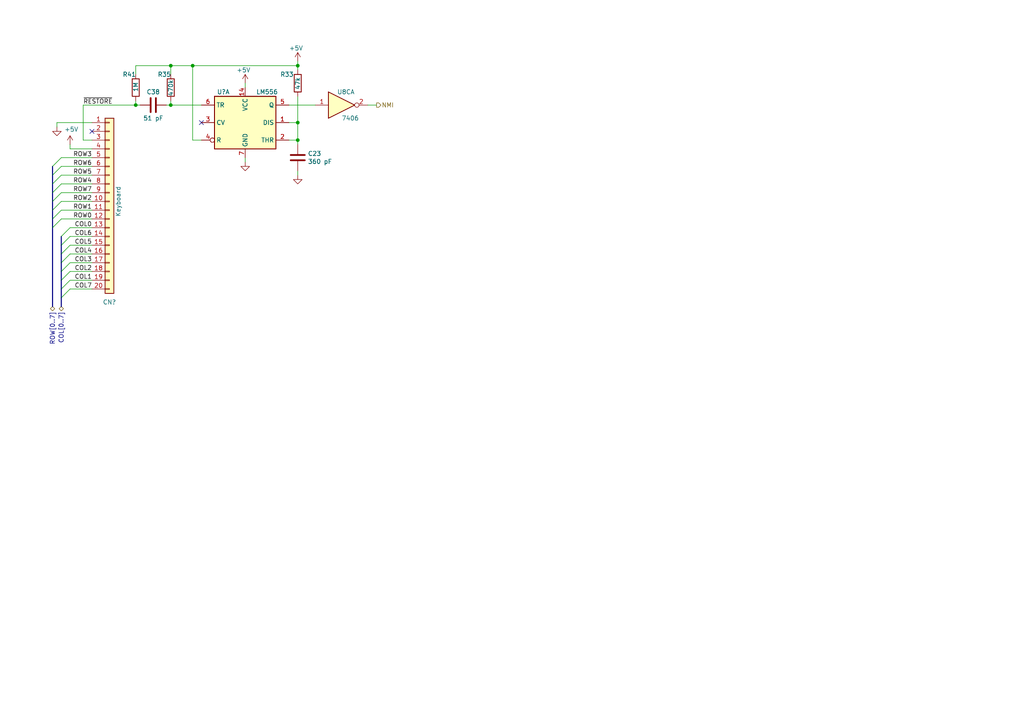
<source format=kicad_sch>
(kicad_sch (version 20231120) (generator "eeschema") (generator_version "8.0")
  (paper "A4")
  (title_block (title "Commodore 64 - Keyboard (schematic #251469)") (date "2019-08-11") (rev "0.2") (company "Commodore Business Machines, Inc.") (comment 1 "Based on C64/C64C Service Manual (1992-03) pp. 31-32 [PN-314001-03]") (comment 4 "KiCad schematic capture by Cumbayah! <cumbayah@subetha.dk>"))
  (lib_symbols
    (symbol "74xx_more:7406" (pin_names (offset 1.016))
      (property "Reference" "U" (at 0 1.27 0))
      (property "Value" "7406" (at 0 -1.27 0))
      (symbol "7406_1_0"
        (polyline (pts (xy -3.81 3.81) (xy -3.81 -3.81) (xy 3.81 0) (xy -3.81 3.81)) (stroke (width 0.254)) (fill (type background)))
        (pin input line (at -7.62 0 0) (length 3.81) (name "~") (number "1"))
        (pin open_collector inverted (at 7.62 0 180) (length 3.81) (name "~") (number "2"))
      )
      (symbol "7406_2_0"
        (polyline (pts (xy -3.81 3.81) (xy -3.81 -3.81) (xy 3.81 0) (xy -3.81 3.81)) (stroke (width 0.254)) (fill (type background)))
        (pin input line (at -7.62 0 0) (length 3.81) (name "~") (number "3"))
        (pin open_collector inverted (at 7.62 0 180) (length 3.81) (name "~") (number "4"))
      )
      (symbol "7406_3_0"
        (polyline (pts (xy -3.81 3.81) (xy -3.81 -3.81) (xy 3.81 0) (xy -3.81 3.81)) (stroke (width 0.254)) (fill (type background)))
        (pin input line (at -7.62 0 0) (length 3.81) (name "~") (number "5"))
        (pin open_collector inverted (at 7.62 0 180) (length 3.81) (name "~") (number "6"))
      )
      (symbol "7406_4_0"
        (polyline (pts (xy -3.81 3.81) (xy -3.81 -3.81) (xy 3.81 0) (xy -3.81 3.81)) (stroke (width 0.254)) (fill (type background)))
        (pin open_collector inverted (at 7.62 0 180) (length 3.81) (name "~") (number "8"))
        (pin input line (at -7.62 0 0) (length 3.81) (name "~") (number "9"))
      )
      (symbol "7406_5_0"
        (polyline (pts (xy -3.81 3.81) (xy -3.81 -3.81) (xy 3.81 0) (xy -3.81 3.81)) (stroke (width 0.254)) (fill (type background)))
        (pin open_collector inverted (at 7.62 0 180) (length 3.81) (name "~") (number "10"))
        (pin input line (at -7.62 0 0) (length 3.81) (name "~") (number "11"))
      )
      (symbol "7406_6_0"
        (polyline (pts (xy -3.81 3.81) (xy -3.81 -3.81) (xy 3.81 0) (xy -3.81 3.81)) (stroke (width 0.254)) (fill (type background)))
        (pin open_collector inverted (at 7.62 0 180) (length 3.81) (name "~") (number "12"))
        (pin input line (at -7.62 0 0) (length 3.81) (name "~") (number "13"))
      )
      (symbol "7406_7_0"
        (pin power_in line (at 0 12.7 270) (length 5.08) (name "VCC") (number "14"))
        (pin power_in line (at 0 -12.7 90) (length 5.08) (name "GND") (number "7"))
      )
      (symbol "7406_7_1"
        (rectangle (start -5.08 7.62) (end 5.08 -7.62) (stroke (width 0.254)) (fill (type background)))
      )
    )
    (symbol "C64B-rescue:+5V-power" (power) (pin_names (offset 0))
      (property "Value" "power_+5V" (at 0 3.556 0))
      (symbol "+5V-power_0_1"
        (polyline (pts (xy -0.762 1.27) (xy 0 2.54)))
        (polyline (pts (xy 0 0) (xy 0 2.54)))
        (polyline (pts (xy 0 2.54) (xy 0.762 1.27)))
      )
      (symbol "+5V-power_1_1"
        (pin power_in line (at 0 0 90) (length 0) hide (name "+5V") (number "1"))
      )
    )
    (symbol "C64B-rescue:GND-power" (power) (pin_names (offset 0))
      (property "Value" "power_GND" (at 0 -3.81 0))
      (symbol "GND-power_0_1"
        (polyline (pts (xy 0 0) (xy 0 -1.27) (xy 1.27 -1.27) (xy 0 -2.54) (xy -1.27 -1.27) (xy 0 -1.27)))
      )
      (symbol "GND-power_1_1"
        (pin power_in line (at 0 0 270) (length 0) hide (name "GND") (number "1"))
      )
    )
    (symbol "Connector_Generic:Conn_01x20" (pin_names (offset 1.016) hide)
      (property "Reference" "J" (at 0 25.4 0))
      (property "Value" "Conn_01x20" (at 0 -27.94 0))
      (symbol "Conn_01x20_1_1"
        (rectangle (start -1.27 -25.273) (end 0 -25.527) (stroke (width 0.1524)))
        (rectangle (start -1.27 -22.733) (end 0 -22.987) (stroke (width 0.1524)))
        (rectangle (start -1.27 -20.193) (end 0 -20.447) (stroke (width 0.1524)))
        (rectangle (start -1.27 -17.653) (end 0 -17.907) (stroke (width 0.1524)))
        (rectangle (start -1.27 -15.113) (end 0 -15.367) (stroke (width 0.1524)))
        (rectangle (start -1.27 -12.573) (end 0 -12.827) (stroke (width 0.1524)))
        (rectangle (start -1.27 -10.033) (end 0 -10.287) (stroke (width 0.1524)))
        (rectangle (start -1.27 -7.493) (end 0 -7.747) (stroke (width 0.1524)))
        (rectangle (start -1.27 -4.953) (end 0 -5.207) (stroke (width 0.1524)))
        (rectangle (start -1.27 -2.413) (end 0 -2.667) (stroke (width 0.1524)))
        (rectangle (start -1.27 0.127) (end 0 -0.127) (stroke (width 0.1524)))
        (rectangle (start -1.27 2.667) (end 0 2.413) (stroke (width 0.1524)))
        (rectangle (start -1.27 5.207) (end 0 4.953) (stroke (width 0.1524)))
        (rectangle (start -1.27 7.747) (end 0 7.493) (stroke (width 0.1524)))
        (rectangle (start -1.27 10.287) (end 0 10.033) (stroke (width 0.1524)))
        (rectangle (start -1.27 12.827) (end 0 12.573) (stroke (width 0.1524)))
        (rectangle (start -1.27 15.367) (end 0 15.113) (stroke (width 0.1524)))
        (rectangle (start -1.27 17.907) (end 0 17.653) (stroke (width 0.1524)))
        (rectangle (start -1.27 20.447) (end 0 20.193) (stroke (width 0.1524)))
        (rectangle (start -1.27 22.987) (end 0 22.733) (stroke (width 0.1524)))
        (rectangle (start -1.27 24.13) (end 1.27 -26.67) (stroke (width 0.254)) (fill (type background)))
        (pin passive line (at -5.08 22.86 0) (length 3.81) (name "Pin_1") (number "1"))
        (pin passive line (at -5.08 0 0) (length 3.81) (name "Pin_10") (number "10"))
        (pin passive line (at -5.08 -2.54 0) (length 3.81) (name "Pin_11") (number "11"))
        (pin passive line (at -5.08 -5.08 0) (length 3.81) (name "Pin_12") (number "12"))
        (pin passive line (at -5.08 -7.62 0) (length 3.81) (name "Pin_13") (number "13"))
        (pin passive line (at -5.08 -10.16 0) (length 3.81) (name "Pin_14") (number "14"))
        (pin passive line (at -5.08 -12.7 0) (length 3.81) (name "Pin_15") (number "15"))
        (pin passive line (at -5.08 -15.24 0) (length 3.81) (name "Pin_16") (number "16"))
        (pin passive line (at -5.08 -17.78 0) (length 3.81) (name "Pin_17") (number "17"))
        (pin passive line (at -5.08 -20.32 0) (length 3.81) (name "Pin_18") (number "18"))
        (pin passive line (at -5.08 -22.86 0) (length 3.81) (name "Pin_19") (number "19"))
        (pin passive line (at -5.08 20.32 0) (length 3.81) (name "Pin_2") (number "2"))
        (pin passive line (at -5.08 -25.4 0) (length 3.81) (name "Pin_20") (number "20"))
        (pin passive line (at -5.08 17.78 0) (length 3.81) (name "Pin_3") (number "3"))
        (pin passive line (at -5.08 15.24 0) (length 3.81) (name "Pin_4") (number "4"))
        (pin passive line (at -5.08 12.7 0) (length 3.81) (name "Pin_5") (number "5"))
        (pin passive line (at -5.08 10.16 0) (length 3.81) (name "Pin_6") (number "6"))
        (pin passive line (at -5.08 7.62 0) (length 3.81) (name "Pin_7") (number "7"))
        (pin passive line (at -5.08 5.08 0) (length 3.81) (name "Pin_8") (number "8"))
        (pin passive line (at -5.08 2.54 0) (length 3.81) (name "Pin_9") (number "9"))
      )
    )
    (symbol "Device:C" (pin_numbers hide) (pin_names (offset 0.254))
      (property "Reference" "C" (at 0.635 2.54 0))
      (property "Value" "C" (at 0.635 -2.54 0))
      (symbol "C_0_1"
        (polyline (pts (xy -2.032 -0.762) (xy 2.032 -0.762)) (stroke (width 0.508)))
        (polyline (pts (xy -2.032 0.762) (xy 2.032 0.762)) (stroke (width 0.508)))
      )
      (symbol "C_1_1"
        (pin passive line (at 0 3.81 270) (length 2.794) (name "~") (number "1"))
        (pin passive line (at 0 -3.81 90) (length 2.794) (name "~") (number "2"))
      )
    )
    (symbol "Device:R" (pin_numbers hide) (pin_names (offset 0))
      (property "Reference" "R" (at 2.032 0 90))
      (property "Value" "R" (at 0 0 90))
      (symbol "R_0_1"
        (rectangle (start -1.016 -2.54) (end 1.016 2.54) (stroke (width 0.254)))
      )
      (symbol "R_1_1"
        (pin passive line (at 0 3.81 270) (length 1.27) (name "~") (number "1"))
        (pin passive line (at 0 -3.81 90) (length 1.27) (name "~") (number "2"))
      )
    )
    (symbol "Timer:LM556"
      (property "Reference" "U" (at -10.16 8.89 0))
      (property "Value" "LM556" (at -10.16 -8.89 0))
      (symbol "LM556_0_0"
        (pin power_in line (at 0 10.16 270) (length 2.54) (name "VCC") (number "14"))
        (pin power_in line (at 0 -10.16 90) (length 2.54) (name "GND") (number "7"))
      )
      (symbol "LM556_0_1"
        (rectangle (start -8.89 -7.62) (end 8.89 7.62) (stroke (width 0.254)) (fill (type background)))
        (rectangle (start -8.89 -7.62) (end 8.89 7.62) (stroke (width 0.254)) (fill (type background)))
      )
      (symbol "LM556_1_1"
        (pin input line (at 12.7 0 180) (length 3.81) (name "DIS") (number "1"))
        (pin input line (at 12.7 -5.08 180) (length 3.81) (name "THR") (number "2"))
        (pin input line (at -12.7 0 0) (length 3.81) (name "CV") (number "3"))
        (pin input inverted (at -12.7 -5.08 0) (length 3.81) (name "R") (number "4"))
        (pin output line (at 12.7 5.08 180) (length 3.81) (name "Q") (number "5"))
        (pin input line (at -12.7 5.08 0) (length 3.81) (name "TR") (number "6"))
      )
      (symbol "LM556_2_1"
        (pin input inverted (at -12.7 -5.08 0) (length 3.81) (name "R") (number "10"))
        (pin input line (at -12.7 0 0) (length 3.81) (name "CV") (number "11"))
        (pin input line (at 12.7 -5.08 180) (length 3.81) (name "THR") (number "12"))
        (pin input line (at 12.7 0 180) (length 3.81) (name "DIS") (number "13"))
        (pin input line (at -12.7 5.08 0) (length 3.81) (name "TR") (number "8"))
        (pin output line (at 12.7 5.08 180) (length 3.81) (name "Q") (number "9"))
      )
    )
  )
  (junction (at 39.37 30.48))
  (junction (at 49.53 19.05))
  (junction (at 86.36 19.05))
  (junction (at 86.36 40.64))
  (junction (at 55.88 19.05))
  (junction (at 49.53 30.48))
  (junction (at 86.36 35.56))
  (no_connect (at 26.67 38.1))
  (no_connect (at 58.42 35.56))
  (bus_entry (at 20.32 68.58) (size -2.54 2.54))
  (bus_entry (at 20.32 83.82) (size -2.54 2.54))
  (bus_entry (at 15.24 63.5) (size 2.54 -2.54))
  (bus_entry (at 20.32 73.66) (size -2.54 2.54))
  (bus_entry (at 17.78 45.72) (size -2.54 2.54))
  (bus_entry (at 15.24 58.42) (size 2.54 -2.54))
  (bus_entry (at 20.32 66.04) (size -2.54 2.54))
  (bus_entry (at 17.78 50.8) (size -2.54 2.54))
  (bus_entry (at 20.32 78.74) (size -2.54 2.54))
  (bus_entry (at 17.78 48.26) (size -2.54 2.54))
  (bus_entry (at 17.78 53.34) (size -2.54 2.54))
  (bus_entry (at 20.32 81.28) (size -2.54 2.54))
  (bus_entry (at 15.24 66.04) (size 2.54 -2.54))
  (bus_entry (at 15.24 60.96) (size 2.54 -2.54))
  (bus_entry (at 20.32 76.2) (size -2.54 2.54))
  (bus_entry (at 20.32 71.12) (size -2.54 2.54))
  (wire (pts (xy 26.67 53.34) (xy 17.78 53.34)))
  (wire (pts (xy 86.36 19.05) (xy 86.36 17.78)))
  (wire (pts (xy 26.67 73.66) (xy 20.32 73.66)))
  (wire (pts (xy 48.26 30.48) (xy 49.53 30.48)))
  (bus (pts (xy 17.78 86.36) (xy 17.78 88.9)))
  (wire (pts (xy 49.53 19.05) (xy 39.37 19.05)))
  (wire (pts (xy 26.67 83.82) (xy 20.32 83.82)))
  (wire (pts (xy 26.67 40.64) (xy 24.13 40.64)))
  (bus (pts (xy 15.24 55.88) (xy 15.24 58.42)))
  (wire (pts (xy 83.82 30.48) (xy 91.44 30.48)))
  (wire (pts (xy 26.67 81.28) (xy 20.32 81.28)))
  (wire (pts (xy 71.12 46.99) (xy 71.12 45.72)))
  (bus (pts (xy 15.24 50.8) (xy 15.24 53.34)))
  (wire (pts (xy 49.53 19.05) (xy 49.53 21.59)))
  (bus (pts (xy 17.78 81.28) (xy 17.78 83.82)))
  (wire (pts (xy 55.88 19.05) (xy 49.53 19.05)))
  (bus (pts (xy 17.78 76.2) (xy 17.78 78.74)))
  (wire (pts (xy 55.88 40.64) (xy 58.42 40.64)))
  (wire (pts (xy 26.67 63.5) (xy 17.78 63.5)))
  (wire (pts (xy 26.67 71.12) (xy 20.32 71.12)))
  (bus (pts (xy 17.78 83.82) (xy 17.78 86.36)))
  (wire (pts (xy 26.67 45.72) (xy 17.78 45.72)))
  (wire (pts (xy 49.53 30.48) (xy 58.42 30.48)))
  (wire (pts (xy 26.67 50.8) (xy 17.78 50.8)))
  (bus (pts (xy 15.24 66.04) (xy 15.24 88.9)))
  (wire (pts (xy 26.67 66.04) (xy 20.32 66.04)))
  (wire (pts (xy 86.36 35.56) (xy 86.36 27.94)))
  (wire (pts (xy 20.32 43.18) (xy 20.32 41.91)))
  (bus (pts (xy 15.24 63.5) (xy 15.24 66.04)))
  (wire (pts (xy 83.82 40.64) (xy 86.36 40.64)))
  (wire (pts (xy 26.67 68.58) (xy 20.32 68.58)))
  (wire (pts (xy 24.13 40.64) (xy 24.13 30.48)))
  (bus (pts (xy 17.78 73.66) (xy 17.78 76.2)))
  (wire (pts (xy 86.36 40.64) (xy 86.36 35.56)))
  (wire (pts (xy 26.67 48.26) (xy 17.78 48.26)))
  (wire (pts (xy 24.13 30.48) (xy 39.37 30.48)))
  (wire (pts (xy 83.82 35.56) (xy 86.36 35.56)))
  (wire (pts (xy 55.88 19.05) (xy 86.36 19.05)))
  (wire (pts (xy 39.37 29.21) (xy 39.37 30.48)))
  (wire (pts (xy 26.67 76.2) (xy 20.32 76.2)))
  (bus (pts (xy 17.78 78.74) (xy 17.78 81.28)))
  (wire (pts (xy 26.67 35.56) (xy 16.51 35.56)))
  (wire (pts (xy 26.67 43.18) (xy 20.32 43.18)))
  (bus (pts (xy 17.78 71.12) (xy 17.78 73.66)))
  (wire (pts (xy 26.67 60.96) (xy 17.78 60.96)))
  (wire (pts (xy 49.53 30.48) (xy 49.53 29.21)))
  (bus (pts (xy 15.24 60.96) (xy 15.24 63.5)))
  (wire (pts (xy 86.36 49.53) (xy 86.36 50.8)))
  (wire (pts (xy 26.67 55.88) (xy 17.78 55.88)))
  (wire (pts (xy 106.68 30.48) (xy 109.22 30.48)))
  (bus (pts (xy 17.78 68.58) (xy 17.78 71.12)))
  (bus (pts (xy 15.24 58.42) (xy 15.24 60.96)))
  (wire (pts (xy 39.37 19.05) (xy 39.37 21.59)))
  (wire (pts (xy 39.37 30.48) (xy 40.64 30.48)))
  (bus (pts (xy 15.24 48.26) (xy 15.24 50.8)))
  (bus (pts (xy 15.24 53.34) (xy 15.24 55.88)))
  (wire (pts (xy 86.36 20.32) (xy 86.36 19.05)))
  (wire (pts (xy 55.88 40.64) (xy 55.88 19.05)))
  (wire (pts (xy 26.67 58.42) (xy 17.78 58.42)))
  (wire (pts (xy 16.51 35.56) (xy 16.51 36.83)))
  (wire (pts (xy 71.12 24.13) (xy 71.12 25.4)))
  (wire (pts (xy 86.36 41.91) (xy 86.36 40.64)))
  (wire (pts (xy 26.67 78.74) (xy 20.32 78.74)))
  (label "COL2" (at 26.67 78.74 180))
  (label "COL4" (at 26.67 73.66 180))
  (label "ROW1" (at 26.67 60.96 180))
  (label "ROW3" (at 26.67 45.72 180))
  (label "ROW0" (at 26.67 63.5 180))
  (label "ROW7" (at 26.67 55.88 180))
  (label "ROW4" (at 26.67 53.34 180))
  (label "COL1" (at 26.67 81.28 180))
  (label "COL3" (at 26.67 76.2 180))
  (label "ROW5" (at 26.67 50.8 180))
  (label "ROW6" (at 26.67 48.26 180))
  (label "~{RESTORE}" (at 24.13 30.48 0))
  (label "ROW2" (at 26.67 58.42 180))
  (label "COL6" (at 26.67 68.58 180))
  (label "COL0" (at 26.67 66.04 180))
  (label "COL5" (at 26.67 71.12 180))
  (label "COL7" (at 26.67 83.82 180))
  (hierarchical_label "NMI" (shape output) (at 109.22 30.48 0))
  (hierarchical_label "ROW[0..7]" (shape bidirectional) (at 15.24 88.9 270))
  (hierarchical_label "COL[0..7]" (shape bidirectional) (at 17.78 88.9 270))
  (symbol (lib_id "C64B-rescue:+5V-power") (at 71.12 24.13 0) (unit 1)
    (property "Reference" "#PWR?" (effects (hide yes)))
    (property "Value" "+5V" (at 68.58 20.32 0) (effects (justify left)))
    (instances (project "" (path "" (reference "#PWR?") (unit 1)) (path "" (reference "#PWR?") (unit 1)) (path "" (reference "#PWR0108") (unit 1))))
  )
  (symbol (lib_id "C64B-rescue:GND-power") (at 71.12 46.99 0) (unit 1)
    (property "Reference" "#PWR0109" (effects (hide yes)))
    (property "Value" "GND" (effects (hide yes)))
  )
  (symbol (lib_id "Connector_Generic:Conn_01x20") (at 31.75 58.42 0) (unit 1)
    (property "Reference" "CN1" (at 31.75 87.63 0))
    (property "Value" "Keyboard" (at 34.29 58.42 90))
    (instances (project "" (path "" (reference "CN?") (unit 1)) (path "" (reference "CN1") (unit 1))))
  )
  (symbol (lib_id "Timer:LM556") (at 71.12 35.56 0) (unit 1)
    (property "Reference" "U20" (at 64.77 26.67 0))
    (property "Value" "LM556" (at 77.47 26.67 0))
    (property "Datasheet" "http://www.ti.com/lit/ds/symlink/lm556.pdf" (effects (hide yes)))
    (instances (project "" (path "" (reference "U?") (unit 1)) (path "" (reference "U20") (unit 1))))
  )
  (symbol (lib_id "Device:R") (at 39.37 25.4 0) (unit 1)
    (property "Reference" "R41" (at 35.56 21.59 0) (effects (justify left)))
    (property "Value" "1M" (at 39.37 26.67 90) (effects (justify left)))
    (property "Power Rating" "0.25W" (effects (hide yes)))
    (property "Ohmic Tolerance" "5%" (effects (hide yes)))
  )
  (symbol (lib_id "Device:R") (at 49.53 25.4 0) (unit 1)
    (property "Reference" "R35" (at 45.72 21.59 0) (effects (justify left)))
    (property "Value" "470k" (at 49.53 27.94 90) (effects (justify left)))
    (property "Power Rating" "0.25W" (effects (hide yes)))
    (property "Ohmic Tolerance" "5%" (effects (hide yes)))
  )
  (symbol (lib_id "Device:R") (at 86.36 24.13 0) (unit 1)
    (property "Reference" "R33" (at 81.28 21.59 0) (effects (justify left)))
    (property "Value" "47k" (at 86.36 26.035 90) (effects (justify left)))
    (property "Power Rating" "0.25W" (effects (hide yes)))
    (property "Ohmic Tolerance" "5%" (effects (hide yes)))
  )
  (symbol (lib_id "Device:C") (at 44.45 30.48 270) (unit 1)
    (property "Reference" "C38" (at 44.45 26.67 90))
    (property "Value" "51 pF" (at 44.45 34.29 90))
    (property "Type" "Ceramic" (effects (hide yes)))
    (property "Voltage Rating" "50V" (effects (hide yes)))
    (property "Voltage Tolerance" "5%" (effects (hide yes)))
  )
  (symbol (lib_id "Device:C") (at 86.36 45.72 0) (unit 1)
    (property "Reference" "C23" (at 89.281 44.5516 0) (effects (justify left)))
    (property "Value" "360 pF" (at 89.281 46.863 0) (effects (justify left)))
    (property "Type" "Ceramic" (effects (hide yes)))
    (property "Voltage Rating" "50V" (effects (hide yes)))
    (property "Voltage Tolerance" "10%" (effects (hide yes)))
  )
  (symbol (lib_id "C64B-rescue:+5V-power") (at 20.32 41.91 0) (unit 1)
    (property "Reference" "#PWR0213" (effects (hide yes)))
    (property "Value" "+5V" (at 20.701 37.5158 0))
  )
  (symbol (lib_id "C64B-rescue:+5V-power") (at 86.36 17.78 0) (unit 1)
    (property "Reference" "#PWR?" (effects (hide yes)))
    (property "Value" "+5V" (at 83.82 13.97 0) (effects (justify left)))
    (instances (project "" (path "" (reference "#PWR?") (unit 1)) (path "" (reference "#PWR?") (unit 1)) (path "" (reference "#PWR0210") (unit 1))))
  )
  (symbol (lib_id "C64B-rescue:GND-power") (at 86.36 50.8 0) (unit 1)
    (property "Reference" "#PWR0211" (effects (hide yes)))
    (property "Value" "GND" (effects (hide yes)))
  )
  (symbol (lib_id "C64B-rescue:GND-power") (at 16.51 36.83 0) (unit 1)
    (property "Reference" "#PWR0212" (effects (hide yes)))
    (property "Value" "GND" (effects (hide yes)))
  )
  (symbol (lib_id "74xx_more:7406") (at 99.06 30.48 0) (unit 1)
    (property "Reference" "U8C" (at 100.33 26.67 0))
    (property "Value" "7406" (at 101.6 34.29 0))
    (property "Datasheet" "https://www.ti.com/lit/ds/symlink/sn7406.pdf" (effects (hide yes)))
  )
)
</source>
